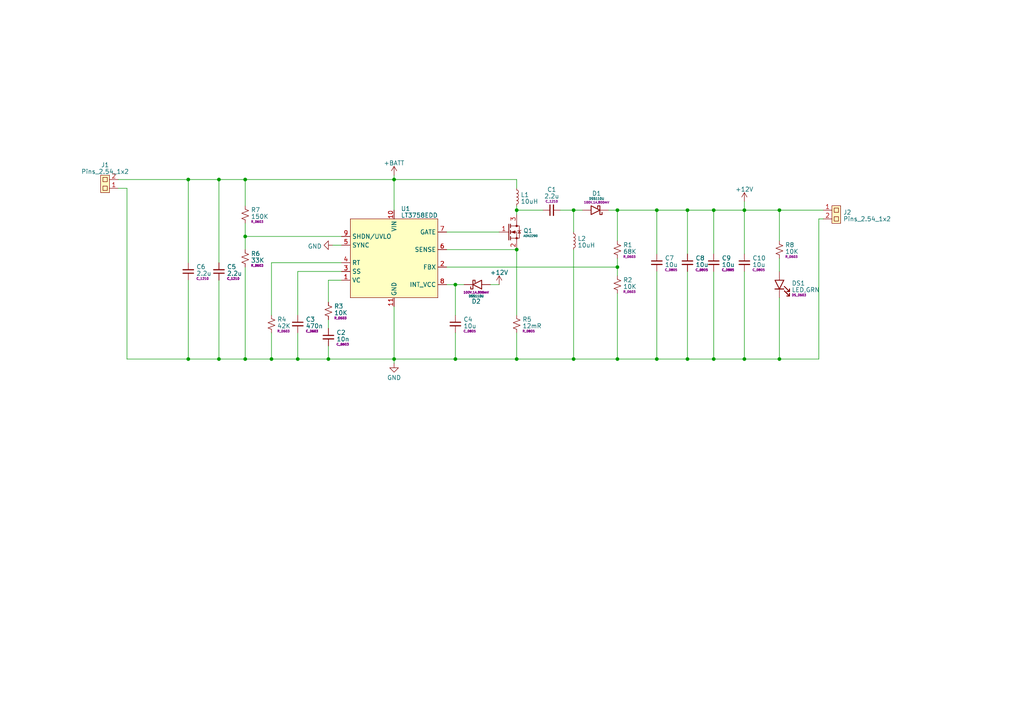
<source format=kicad_sch>
(kicad_sch (version 20230121) (generator eeschema)

  (uuid ec3b6e81-ba1e-4ae9-bb56-4e69e46f8f20)

  (paper "A4")

  (lib_symbols
    (symbol "C_Capacitor:C_0603" (pin_numbers hide) (pin_names (offset 1.016)) (in_bom yes) (on_board yes)
      (property "Reference" "C" (at 3.175 1.905 0)
        (effects (font (size 1.27 1.27)))
      )
      (property "Value" "C_0603" (at 5.715 0 0)
        (effects (font (size 1.27 1.27)))
      )
      (property "Footprint" "C_Capacitor:C_0603" (at -3.175 0 90)
        (effects (font (size 1.27 1.27)) hide)
      )
      (property "Datasheet" "" (at 2.54 2.54 0)
        (effects (font (size 1.27 1.27)) hide)
      )
      (property "Size" "C_0603" (at 4.445 -1.905 0)
        (effects (font (size 0.635 0.635)))
      )
      (symbol "C_0603_1_1"
        (polyline
          (pts
            (xy -1.524 -0.508)
            (xy 1.524 -0.508)
          )
          (stroke (width 0.3302) (type default))
          (fill (type none))
        )
        (polyline
          (pts
            (xy -1.524 0.508)
            (xy 1.524 0.508)
          )
          (stroke (width 0.3048) (type default))
          (fill (type none))
        )
        (pin passive line (at 0 2.54 270) (length 2.032)
          (name "~" (effects (font (size 1.27 1.27))))
          (number "1" (effects (font (size 1.27 1.27))))
        )
        (pin passive line (at 0 -2.54 90) (length 2.032)
          (name "~" (effects (font (size 1.27 1.27))))
          (number "2" (effects (font (size 1.27 1.27))))
        )
      )
    )
    (symbol "C_Capacitor:C_0805" (pin_numbers hide) (pin_names (offset 1.016)) (in_bom yes) (on_board yes)
      (property "Reference" "C" (at 3.175 1.905 0)
        (effects (font (size 1.27 1.27)))
      )
      (property "Value" "C_0805" (at 5.715 0 0)
        (effects (font (size 1.27 1.27)))
      )
      (property "Footprint" "C_Capacitor:C_0805" (at -3.175 0 90)
        (effects (font (size 1.27 1.27)) hide)
      )
      (property "Datasheet" "" (at 2.54 2.54 0)
        (effects (font (size 1.27 1.27)) hide)
      )
      (property "Size" "C_0805" (at 4.445 -1.905 0)
        (effects (font (size 0.635 0.635)))
      )
      (symbol "C_0805_1_1"
        (polyline
          (pts
            (xy -1.524 -0.508)
            (xy 1.524 -0.508)
          )
          (stroke (width 0.3302) (type default))
          (fill (type none))
        )
        (polyline
          (pts
            (xy -1.524 0.508)
            (xy 1.524 0.508)
          )
          (stroke (width 0.3048) (type default))
          (fill (type none))
        )
        (pin passive line (at 0 2.54 270) (length 2.032)
          (name "~" (effects (font (size 1.27 1.27))))
          (number "1" (effects (font (size 1.27 1.27))))
        )
        (pin passive line (at 0 -2.54 90) (length 2.032)
          (name "~" (effects (font (size 1.27 1.27))))
          (number "2" (effects (font (size 1.27 1.27))))
        )
      )
    )
    (symbol "C_Capacitor:C_1210" (pin_numbers hide) (pin_names (offset 1.016)) (in_bom yes) (on_board yes)
      (property "Reference" "C" (at 3.175 1.905 0)
        (effects (font (size 1.27 1.27)))
      )
      (property "Value" "C_1210" (at 5.715 0 0)
        (effects (font (size 1.27 1.27)))
      )
      (property "Footprint" "C_Capacitor:C_1210" (at -3.175 0 90)
        (effects (font (size 1.27 1.27)) hide)
      )
      (property "Datasheet" "" (at 2.54 2.54 0)
        (effects (font (size 1.27 1.27)) hide)
      )
      (property "Size" "C_1210" (at 4.445 -1.905 0)
        (effects (font (size 0.635 0.635)))
      )
      (symbol "C_1210_1_1"
        (polyline
          (pts
            (xy -1.524 -0.508)
            (xy 1.524 -0.508)
          )
          (stroke (width 0.3302) (type default))
          (fill (type none))
        )
        (polyline
          (pts
            (xy -1.524 0.508)
            (xy 1.524 0.508)
          )
          (stroke (width 0.3048) (type default))
          (fill (type none))
        )
        (pin passive line (at 0 2.54 270) (length 2.032)
          (name "~" (effects (font (size 1.27 1.27))))
          (number "1" (effects (font (size 1.27 1.27))))
        )
        (pin passive line (at 0 -2.54 90) (length 2.032)
          (name "~" (effects (font (size 1.27 1.27))))
          (number "2" (effects (font (size 1.27 1.27))))
        )
      )
    )
    (symbol "DS_LED:DS_0603" (pin_numbers hide) (pin_names (offset 1.016) hide) (in_bom yes) (on_board yes)
      (property "Reference" "DS" (at 0 2.54 0)
        (effects (font (size 1.27 1.27)))
      )
      (property "Value" "DS_0603" (at 0 -5.08 0)
        (effects (font (size 1.27 1.27)))
      )
      (property "Footprint" "DS_LED:DS_0603" (at 0 -7.62 0)
        (effects (font (size 1.27 1.27)) hide)
      )
      (property "Datasheet" "" (at 0 -6.35 0)
        (effects (font (size 1.27 1.27)) hide)
      )
      (property "Size" "DS_0603" (at 0 -3.81 0)
        (effects (font (size 0.635 0.635)))
      )
      (symbol "DS_0603_1_1"
        (polyline
          (pts
            (xy -1.27 -1.27)
            (xy -1.27 1.27)
          )
          (stroke (width 0.254) (type default))
          (fill (type none))
        )
        (polyline
          (pts
            (xy -1.27 -1.27)
            (xy -1.27 1.27)
          )
          (stroke (width 0.254) (type default))
          (fill (type none))
        )
        (polyline
          (pts
            (xy 1.27 -1.27)
            (xy 1.27 1.27)
            (xy -1.27 0)
            (xy 1.27 -1.27)
          )
          (stroke (width 0.254) (type default))
          (fill (type none))
        )
        (polyline
          (pts
            (xy -1.778 -1.397)
            (xy -3.302 -2.921)
            (xy -2.54 -2.921)
            (xy -3.302 -2.921)
            (xy -3.302 -2.159)
          )
          (stroke (width 0) (type default))
          (fill (type none))
        )
        (polyline
          (pts
            (xy -1.778 -1.397)
            (xy -3.302 -2.921)
            (xy -2.54 -2.921)
            (xy -3.302 -2.921)
            (xy -3.302 -2.159)
          )
          (stroke (width 0) (type default))
          (fill (type none))
        )
        (polyline
          (pts
            (xy -1.778 -1.397)
            (xy -3.302 -2.921)
            (xy -2.54 -2.921)
            (xy -3.302 -2.921)
            (xy -3.302 -2.159)
          )
          (stroke (width 0) (type default))
          (fill (type none))
        )
        (polyline
          (pts
            (xy -1.778 -1.397)
            (xy -3.302 -2.921)
            (xy -2.54 -2.921)
            (xy -3.302 -2.921)
            (xy -3.302 -2.159)
          )
          (stroke (width 0) (type default))
          (fill (type none))
        )
        (polyline
          (pts
            (xy -1.778 -1.397)
            (xy -3.302 -2.921)
            (xy -2.54 -2.921)
            (xy -3.302 -2.921)
            (xy -3.302 -2.159)
          )
          (stroke (width 0) (type default))
          (fill (type none))
        )
        (polyline
          (pts
            (xy -1.778 -1.397)
            (xy -3.302 -2.921)
            (xy -2.54 -2.921)
            (xy -3.302 -2.921)
            (xy -3.302 -2.159)
          )
          (stroke (width 0) (type default))
          (fill (type none))
        )
        (polyline
          (pts
            (xy -1.778 -1.397)
            (xy -3.302 -2.921)
            (xy -2.54 -2.921)
            (xy -3.302 -2.921)
            (xy -3.302 -2.159)
          )
          (stroke (width 0) (type default))
          (fill (type none))
        )
        (polyline
          (pts
            (xy -1.778 -1.397)
            (xy -3.302 -2.921)
            (xy -2.54 -2.921)
            (xy -3.302 -2.921)
            (xy -3.302 -2.159)
          )
          (stroke (width 0) (type default))
          (fill (type none))
        )
        (polyline
          (pts
            (xy -0.508 -1.397)
            (xy -2.032 -2.921)
            (xy -1.27 -2.921)
            (xy -2.032 -2.921)
            (xy -2.032 -2.159)
          )
          (stroke (width 0) (type default))
          (fill (type none))
        )
        (polyline
          (pts
            (xy -0.508 -1.397)
            (xy -2.032 -2.921)
            (xy -1.27 -2.921)
            (xy -2.032 -2.921)
            (xy -2.032 -2.159)
          )
          (stroke (width 0) (type default))
          (fill (type none))
        )
        (polyline
          (pts
            (xy -0.508 -1.397)
            (xy -2.032 -2.921)
            (xy -1.27 -2.921)
            (xy -2.032 -2.921)
            (xy -2.032 -2.159)
          )
          (stroke (width 0) (type default))
          (fill (type none))
        )
        (polyline
          (pts
            (xy -0.508 -1.397)
            (xy -2.032 -2.921)
            (xy -1.27 -2.921)
            (xy -2.032 -2.921)
            (xy -2.032 -2.159)
          )
          (stroke (width 0) (type default))
          (fill (type none))
        )
        (polyline
          (pts
            (xy -0.508 -1.397)
            (xy -2.032 -2.921)
            (xy -1.27 -2.921)
            (xy -2.032 -2.921)
            (xy -2.032 -2.159)
          )
          (stroke (width 0) (type default))
          (fill (type none))
        )
        (polyline
          (pts
            (xy -0.508 -1.397)
            (xy -2.032 -2.921)
            (xy -1.27 -2.921)
            (xy -2.032 -2.921)
            (xy -2.032 -2.159)
          )
          (stroke (width 0) (type default))
          (fill (type none))
        )
        (polyline
          (pts
            (xy -0.508 -1.397)
            (xy -2.032 -2.921)
            (xy -1.27 -2.921)
            (xy -2.032 -2.921)
            (xy -2.032 -2.159)
          )
          (stroke (width 0) (type default))
          (fill (type none))
        )
        (polyline
          (pts
            (xy -0.508 -1.397)
            (xy -2.032 -2.921)
            (xy -1.27 -2.921)
            (xy -2.032 -2.921)
            (xy -2.032 -2.159)
          )
          (stroke (width 0) (type default))
          (fill (type none))
        )
        (pin passive line (at -3.81 0 0) (length 2.54)
          (name "K" (effects (font (size 1.27 1.27))))
          (number "1" (effects (font (size 1.27 1.27))))
        )
        (pin passive line (at 3.81 0 180) (length 2.54)
          (name "A" (effects (font (size 1.27 1.27))))
          (number "2" (effects (font (size 1.27 1.27))))
        )
      )
    )
    (symbol "D_Diode:DSS110U" (pin_numbers hide) (pin_names (offset 1.016) hide) (in_bom yes) (on_board yes)
      (property "Reference" "D" (at -1.27 3.175 0)
        (effects (font (size 1.27 1.27)))
      )
      (property "Value" "DSS110U" (at 0.635 -2.54 0)
        (effects (font (size 0.635 0.635)))
      )
      (property "Footprint" "D_Diode:D_SOD_123" (at 0.635 -5.715 0)
        (effects (font (size 1.27 1.27)) hide)
      )
      (property "Datasheet" "https://www.smc-diodes.com/propdf/DSS12U%20THRU%20DSS125U%20N1873%20REV.A.pdf" (at -1.27 -7.62 0)
        (effects (font (size 1.27 1.27)) hide)
      )
      (property "Params" "100V,1A,800mV" (at 0.635 -3.81 0)
        (effects (font (size 0.635 0.635)))
      )
      (property "ki_keywords" "DIODE SCHOTTKY 100V 1A SOD123FL" (at 0 0 0)
        (effects (font (size 1.27 1.27)) hide)
      )
      (property "ki_description" "DIODE SCHOTTKY 100V 1A SOD123FL" (at 0 0 0)
        (effects (font (size 1.27 1.27)) hide)
      )
      (symbol "DSS110U_1_1"
        (polyline
          (pts
            (xy 1.27 1.27)
            (xy 1.27 -1.27)
            (xy -1.27 0)
            (xy 1.27 1.27)
          )
          (stroke (width 0.254) (type default))
          (fill (type none))
        )
        (polyline
          (pts
            (xy -1.905 0.635)
            (xy -1.905 1.27)
            (xy -1.27 1.27)
            (xy -1.27 -1.27)
            (xy -0.635 -1.27)
            (xy -0.635 -0.635)
          )
          (stroke (width 0.254) (type default))
          (fill (type none))
        )
        (pin passive line (at -3.81 0 0) (length 2.54)
          (name "~" (effects (font (size 1.27 1.27))))
          (number "1" (effects (font (size 1.27 1.27))))
        )
        (pin passive line (at 3.81 0 180) (length 2.54)
          (name "~" (effects (font (size 1.27 1.27))))
          (number "2" (effects (font (size 1.27 1.27))))
        )
      )
    )
    (symbol "J_Connector:Pins_2.54_1x2" (pin_names hide) (in_bom yes) (on_board yes)
      (property "Reference" "J" (at -1.27 6.35 0)
        (effects (font (size 1.27 1.27)))
      )
      (property "Value" "Pins_2.54_1x2" (at 0 -1.27 0)
        (effects (font (size 1.27 1.27)))
      )
      (property "Footprint" "J_Connector:Pins-2.54-1x2" (at 0 -3.175 0)
        (effects (font (size 1.27 1.27)) hide)
      )
      (property "Datasheet" "" (at 0 0 0)
        (effects (font (size 1.27 1.27)) hide)
      )
      (symbol "Pins_2.54_1x2_0_1"
        (rectangle (start -1.27 5.08) (end 1.27 0)
          (stroke (width 0.1524) (type default))
          (fill (type background))
        )
        (rectangle (start -0.635 1.905) (end 0.635 0.635)
          (stroke (width 0.1524) (type default))
          (fill (type none))
        )
        (rectangle (start -0.635 4.445) (end 0.635 3.175)
          (stroke (width 0.1524) (type default))
          (fill (type none))
        )
      )
      (symbol "Pins_2.54_1x2_1_1"
        (pin passive line (at -3.81 3.81 0) (length 2.54)
          (name "1" (effects (font (size 1.27 1.27))))
          (number "1" (effects (font (size 1.27 1.27))))
        )
        (pin passive line (at -3.81 1.27 0) (length 2.54)
          (name "2" (effects (font (size 1.27 1.27))))
          (number "2" (effects (font (size 1.27 1.27))))
        )
      )
    )
    (symbol "L_Inductor:NLCV32T-4R7M-PFR" (pin_numbers hide) (pin_names hide) (in_bom yes) (on_board yes)
      (property "Reference" "L" (at 1.905 1.27 0)
        (effects (font (size 1.27 1.27)))
      )
      (property "Value" "NLCV32T-4R7M-PFR" (at 11.43 -0.635 0)
        (effects (font (size 1.27 1.27)))
      )
      (property "Footprint" "L_Inductor:L_1210" (at 10.16 -2.54 0)
        (effects (font (size 1.27 1.27)) hide)
      )
      (property "Datasheet" "" (at 18.415 2.54 0)
        (effects (font (size 1.27 1.27)) hide)
      )
      (symbol "NLCV32T-4R7M-PFR_0_1"
        (arc (start 0 -2.032) (mid 0.5058 -1.524) (end 0 -1.016)
          (stroke (width 0) (type default))
          (fill (type none))
        )
        (arc (start 0 -1.016) (mid 0.5058 -0.508) (end 0 0)
          (stroke (width 0) (type default))
          (fill (type none))
        )
        (arc (start 0 0) (mid 0.5058 0.508) (end 0 1.016)
          (stroke (width 0) (type default))
          (fill (type none))
        )
        (arc (start 0 1.016) (mid 0.5058 1.524) (end 0 2.032)
          (stroke (width 0) (type default))
          (fill (type none))
        )
      )
      (symbol "NLCV32T-4R7M-PFR_1_1"
        (pin passive line (at 0 2.54 270) (length 0.508)
          (name "~" (effects (font (size 1.27 1.27))))
          (number "1" (effects (font (size 1.27 1.27))))
        )
        (pin passive line (at 0 -2.54 90) (length 0.508)
          (name "~" (effects (font (size 1.27 1.27))))
          (number "2" (effects (font (size 1.27 1.27))))
        )
      )
    )
    (symbol "Q_MOSFET:AON2290" (pin_names (offset 0) hide) (in_bom yes) (on_board yes)
      (property "Reference" "Q" (at 2.54 1.27 0)
        (effects (font (size 1.27 1.27)) (justify left))
      )
      (property "Value" "AON2290" (at 2.54 -0.381 0)
        (effects (font (size 0.6096 0.6096)) (justify left))
      )
      (property "Footprint" "Q_MOSFET:U-DFN2020-6" (at 0 -15.24 0)
        (effects (font (size 1.27 1.27)) hide)
      )
      (property "Datasheet" "https://www.onsemi.com/pdf/datasheet/fdn335n-d.pdf" (at -1.27 -12.7 0)
        (effects (font (size 1.27 1.27)) hide)
      )
      (property "ki_description" "MOSFET N CH 100V 4.5A DFN 2X2B" (at 0 0 0)
        (effects (font (size 1.27 1.27)) hide)
      )
      (symbol "AON2290_0_1"
        (circle (center 0 -1.778) (radius 0.254)
          (stroke (width 0) (type default))
          (fill (type outline))
        )
        (polyline
          (pts
            (xy -2.286 -2.286)
            (xy -2.286 2.286)
          )
          (stroke (width 0.254) (type default))
          (fill (type none))
        )
        (polyline
          (pts
            (xy -1.778 -1.27)
            (xy -1.778 -2.286)
          )
          (stroke (width 0.254) (type default))
          (fill (type none))
        )
        (polyline
          (pts
            (xy -1.778 0.508)
            (xy -1.778 -0.508)
          )
          (stroke (width 0.254) (type default))
          (fill (type none))
        )
        (polyline
          (pts
            (xy -1.778 2.286)
            (xy -1.778 1.27)
          )
          (stroke (width 0.254) (type default))
          (fill (type none))
        )
        (polyline
          (pts
            (xy 0 2.54)
            (xy 0 1.778)
          )
          (stroke (width 0) (type default))
          (fill (type none))
        )
        (polyline
          (pts
            (xy 0 -2.54)
            (xy 0 0)
            (xy -1.778 0)
          )
          (stroke (width 0) (type default))
          (fill (type none))
        )
        (polyline
          (pts
            (xy -1.778 1.778)
            (xy 0.762 1.778)
            (xy 0.762 -1.778)
            (xy -1.778 -1.778)
          )
          (stroke (width 0) (type default))
          (fill (type none))
        )
        (polyline
          (pts
            (xy -1.4732 0)
            (xy -0.4572 -0.381)
            (xy -0.4572 0.381)
            (xy -1.4732 0)
          )
          (stroke (width 0) (type default))
          (fill (type outline))
        )
        (polyline
          (pts
            (xy 0.254 0.3048)
            (xy 0.381 0.4318)
            (xy 1.143 0.4318)
            (xy 1.27 0.5588)
          )
          (stroke (width 0) (type default))
          (fill (type none))
        )
        (polyline
          (pts
            (xy 0.762 0.3048)
            (xy 1.143 -0.3302)
            (xy 0.381 -0.3302)
            (xy 0.762 0.3048)
          )
          (stroke (width 0) (type default))
          (fill (type none))
        )
        (circle (center 0 1.778) (radius 0.254)
          (stroke (width 0) (type default))
          (fill (type outline))
        )
      )
      (symbol "AON2290_1_1"
        (pin input line (at -5.08 0 0) (length 2.6924)
          (name "G" (effects (font (size 1.27 1.27))))
          (number "1" (effects (font (size 1.27 1.27))))
        )
        (pin passive line (at 0 -5.08 90) (length 2.54)
          (name "S" (effects (font (size 1.27 1.27))))
          (number "2" (effects (font (size 1.27 1.27))))
        )
        (pin passive line (at 0 5.08 270) (length 2.54)
          (name "D" (effects (font (size 1.27 1.27))))
          (number "3" (effects (font (size 1.27 1.27))))
        )
      )
    )
    (symbol "R_Resistor:R_0603" (pin_numbers hide) (pin_names (offset 1.016)) (in_bom yes) (on_board yes)
      (property "Reference" "R" (at 2.54 1.905 0)
        (effects (font (size 1.27 1.27)))
      )
      (property "Value" "R_0603" (at 5.08 0 0)
        (effects (font (size 1.27 1.27)))
      )
      (property "Footprint" "R_Resistor:R_0603" (at -2.54 0 90)
        (effects (font (size 1.27 1.27)) hide)
      )
      (property "Datasheet" "" (at -2.54 -3.81 0)
        (effects (font (size 1.27 1.27)) hide)
      )
      (property "Size" "R_0603" (at 3.81 -1.905 0)
        (effects (font (size 0.635 0.635)))
      )
      (symbol "R_0603_1_1"
        (polyline
          (pts
            (xy 0 0)
            (xy 1.016 -0.381)
            (xy 0 -0.762)
            (xy -1.016 -1.143)
            (xy 0 -1.524)
          )
          (stroke (width 0) (type default))
          (fill (type none))
        )
        (polyline
          (pts
            (xy 0 1.524)
            (xy 1.016 1.143)
            (xy 0 0.762)
            (xy -1.016 0.381)
            (xy 0 0)
          )
          (stroke (width 0) (type default))
          (fill (type none))
        )
        (pin passive line (at 0 2.54 270) (length 1.016)
          (name "~" (effects (font (size 1.27 1.27))))
          (number "1" (effects (font (size 1.27 1.27))))
        )
        (pin passive line (at 0 -2.54 90) (length 1.016)
          (name "~" (effects (font (size 1.27 1.27))))
          (number "2" (effects (font (size 1.27 1.27))))
        )
      )
    )
    (symbol "R_Resistor:R_0805" (pin_numbers hide) (pin_names (offset 1.016)) (in_bom yes) (on_board yes)
      (property "Reference" "R" (at 2.54 1.905 0)
        (effects (font (size 1.27 1.27)))
      )
      (property "Value" "R_0805" (at 5.08 0 0)
        (effects (font (size 1.27 1.27)))
      )
      (property "Footprint" "R_Resistor:R_0805" (at -2.54 0 90)
        (effects (font (size 1.27 1.27)) hide)
      )
      (property "Datasheet" "" (at -2.54 -3.81 0)
        (effects (font (size 1.27 1.27)) hide)
      )
      (property "Size" "R_0805" (at 3.81 -1.905 0)
        (effects (font (size 0.635 0.635)))
      )
      (symbol "R_0805_1_1"
        (polyline
          (pts
            (xy 0 0)
            (xy 1.016 -0.381)
            (xy 0 -0.762)
            (xy -1.016 -1.143)
            (xy 0 -1.524)
          )
          (stroke (width 0) (type default))
          (fill (type none))
        )
        (polyline
          (pts
            (xy 0 1.524)
            (xy 1.016 1.143)
            (xy 0 0.762)
            (xy -1.016 0.381)
            (xy 0 0)
          )
          (stroke (width 0) (type default))
          (fill (type none))
        )
        (pin passive line (at 0 2.54 270) (length 1.016)
          (name "~" (effects (font (size 1.27 1.27))))
          (number "1" (effects (font (size 1.27 1.27))))
        )
        (pin passive line (at 0 -2.54 90) (length 1.016)
          (name "~" (effects (font (size 1.27 1.27))))
          (number "2" (effects (font (size 1.27 1.27))))
        )
      )
    )
    (symbol "U_Power:LT3758EDD" (in_bom yes) (on_board yes)
      (property "Reference" "U" (at 1.27 22.86 0)
        (effects (font (size 1.27 1.27)))
      )
      (property "Value" "LT3758EDD" (at 20.32 -1.27 0)
        (effects (font (size 1.27 1.27)))
      )
      (property "Footprint" "U_IC:DFN10_05_3x3_EP" (at 0 0 0)
        (effects (font (size 1.27 1.27)) hide)
      )
      (property "Datasheet" "https://www.analog.com/media/en/technical-documentation/data-sheets/LT3758-3758A.pdf" (at 12.7 -10.16 0)
        (effects (font (size 1.27 1.27)) hide)
      )
      (property "ki_description" "IC REG CTRLR MULT TOPOLOGY 10DFN" (at 0 0 0)
        (effects (font (size 1.27 1.27)) hide)
      )
      (symbol "LT3758EDD_0_1"
        (rectangle (start 0 22.86) (end 25.4 0)
          (stroke (width 0.1524) (type default))
          (fill (type background))
        )
      )
      (symbol "LT3758EDD_1_1"
        (pin input line (at -2.54 5.08 0) (length 2.54)
          (name "VC" (effects (font (size 1.27 1.27))))
          (number "1" (effects (font (size 1.27 1.27))))
        )
        (pin power_in line (at 12.7 25.4 270) (length 2.54)
          (name "VIN" (effects (font (size 1.27 1.27))))
          (number "10" (effects (font (size 1.27 1.27))))
        )
        (pin power_in line (at 12.7 -2.54 90) (length 2.54)
          (name "GND" (effects (font (size 1.27 1.27))))
          (number "11" (effects (font (size 1.27 1.27))))
        )
        (pin input line (at 27.94 8.89 180) (length 2.54)
          (name "FBX" (effects (font (size 1.27 1.27))))
          (number "2" (effects (font (size 1.27 1.27))))
        )
        (pin input line (at -2.54 7.62 0) (length 2.54)
          (name "SS" (effects (font (size 1.27 1.27))))
          (number "3" (effects (font (size 1.27 1.27))))
        )
        (pin input line (at -2.54 10.16 0) (length 2.54)
          (name "RT" (effects (font (size 1.27 1.27))))
          (number "4" (effects (font (size 1.27 1.27))))
        )
        (pin input line (at -2.54 15.24 0) (length 2.54)
          (name "SYNC" (effects (font (size 1.27 1.27))))
          (number "5" (effects (font (size 1.27 1.27))))
        )
        (pin input line (at 27.94 13.97 180) (length 2.54)
          (name "SENSE" (effects (font (size 1.27 1.27))))
          (number "6" (effects (font (size 1.27 1.27))))
        )
        (pin output line (at 27.94 19.05 180) (length 2.54)
          (name "GATE" (effects (font (size 1.27 1.27))))
          (number "7" (effects (font (size 1.27 1.27))))
        )
        (pin power_out line (at 27.94 3.81 180) (length 2.54)
          (name "INT_VCC" (effects (font (size 1.27 1.27))))
          (number "8" (effects (font (size 1.27 1.27))))
        )
        (pin input line (at -2.54 17.78 0) (length 2.54)
          (name "SHDN/UVLO" (effects (font (size 1.27 1.27))))
          (number "9" (effects (font (size 1.27 1.27))))
        )
      )
    )
    (symbol "power:+12V" (power) (pin_names (offset 0)) (in_bom yes) (on_board yes)
      (property "Reference" "#PWR" (at 0 -3.81 0)
        (effects (font (size 1.27 1.27)) hide)
      )
      (property "Value" "+12V" (at 0 3.556 0)
        (effects (font (size 1.27 1.27)))
      )
      (property "Footprint" "" (at 0 0 0)
        (effects (font (size 1.27 1.27)) hide)
      )
      (property "Datasheet" "" (at 0 0 0)
        (effects (font (size 1.27 1.27)) hide)
      )
      (property "ki_keywords" "global power" (at 0 0 0)
        (effects (font (size 1.27 1.27)) hide)
      )
      (property "ki_description" "Power symbol creates a global label with name \"+12V\"" (at 0 0 0)
        (effects (font (size 1.27 1.27)) hide)
      )
      (symbol "+12V_0_1"
        (polyline
          (pts
            (xy -0.762 1.27)
            (xy 0 2.54)
          )
          (stroke (width 0) (type default))
          (fill (type none))
        )
        (polyline
          (pts
            (xy 0 0)
            (xy 0 2.54)
          )
          (stroke (width 0) (type default))
          (fill (type none))
        )
        (polyline
          (pts
            (xy 0 2.54)
            (xy 0.762 1.27)
          )
          (stroke (width 0) (type default))
          (fill (type none))
        )
      )
      (symbol "+12V_1_1"
        (pin power_in line (at 0 0 90) (length 0) hide
          (name "+12V" (effects (font (size 1.27 1.27))))
          (number "1" (effects (font (size 1.27 1.27))))
        )
      )
    )
    (symbol "power:+BATT" (power) (pin_names (offset 0)) (in_bom yes) (on_board yes)
      (property "Reference" "#PWR" (at 0 -3.81 0)
        (effects (font (size 1.27 1.27)) hide)
      )
      (property "Value" "+BATT" (at 0 3.556 0)
        (effects (font (size 1.27 1.27)))
      )
      (property "Footprint" "" (at 0 0 0)
        (effects (font (size 1.27 1.27)) hide)
      )
      (property "Datasheet" "" (at 0 0 0)
        (effects (font (size 1.27 1.27)) hide)
      )
      (property "ki_keywords" "global power battery" (at 0 0 0)
        (effects (font (size 1.27 1.27)) hide)
      )
      (property "ki_description" "Power symbol creates a global label with name \"+BATT\"" (at 0 0 0)
        (effects (font (size 1.27 1.27)) hide)
      )
      (symbol "+BATT_0_1"
        (polyline
          (pts
            (xy -0.762 1.27)
            (xy 0 2.54)
          )
          (stroke (width 0) (type default))
          (fill (type none))
        )
        (polyline
          (pts
            (xy 0 0)
            (xy 0 2.54)
          )
          (stroke (width 0) (type default))
          (fill (type none))
        )
        (polyline
          (pts
            (xy 0 2.54)
            (xy 0.762 1.27)
          )
          (stroke (width 0) (type default))
          (fill (type none))
        )
      )
      (symbol "+BATT_1_1"
        (pin power_in line (at 0 0 90) (length 0) hide
          (name "+BATT" (effects (font (size 1.27 1.27))))
          (number "1" (effects (font (size 1.27 1.27))))
        )
      )
    )
    (symbol "power:GND" (power) (pin_names (offset 0)) (in_bom yes) (on_board yes)
      (property "Reference" "#PWR" (at 0 -6.35 0)
        (effects (font (size 1.27 1.27)) hide)
      )
      (property "Value" "GND" (at 0 -3.81 0)
        (effects (font (size 1.27 1.27)))
      )
      (property "Footprint" "" (at 0 0 0)
        (effects (font (size 1.27 1.27)) hide)
      )
      (property "Datasheet" "" (at 0 0 0)
        (effects (font (size 1.27 1.27)) hide)
      )
      (property "ki_keywords" "global power" (at 0 0 0)
        (effects (font (size 1.27 1.27)) hide)
      )
      (property "ki_description" "Power symbol creates a global label with name \"GND\" , ground" (at 0 0 0)
        (effects (font (size 1.27 1.27)) hide)
      )
      (symbol "GND_0_1"
        (polyline
          (pts
            (xy 0 0)
            (xy 0 -1.27)
            (xy 1.27 -1.27)
            (xy 0 -2.54)
            (xy -1.27 -1.27)
            (xy 0 -1.27)
          )
          (stroke (width 0) (type default))
          (fill (type none))
        )
      )
      (symbol "GND_1_1"
        (pin power_in line (at 0 0 270) (length 0) hide
          (name "GND" (effects (font (size 1.27 1.27))))
          (number "1" (effects (font (size 1.27 1.27))))
        )
      )
    )
  )

  (junction (at 215.9 60.96) (diameter 0) (color 0 0 0 0)
    (uuid 005355ec-1a91-41cf-96d6-589537ac0fd4)
  )
  (junction (at 54.61 52.07) (diameter 0) (color 0 0 0 0)
    (uuid 1037ec12-57a2-4f56-a635-f7a494ccdf09)
  )
  (junction (at 207.01 60.96) (diameter 0) (color 0 0 0 0)
    (uuid 10383314-6599-46be-8332-00b22b9fa677)
  )
  (junction (at 71.12 68.58) (diameter 0) (color 0 0 0 0)
    (uuid 1eae7c74-2d05-45be-8de5-189cba47a5c7)
  )
  (junction (at 149.86 104.14) (diameter 0) (color 0 0 0 0)
    (uuid 246166bf-540f-40f7-9332-2217de70355a)
  )
  (junction (at 226.06 60.96) (diameter 0) (color 0 0 0 0)
    (uuid 283b23b6-b53d-416b-8ad6-5a72fd37837d)
  )
  (junction (at 179.07 104.14) (diameter 0) (color 0 0 0 0)
    (uuid 2afe1e01-277a-4b3f-ba3a-51541d88540d)
  )
  (junction (at 190.5 60.96) (diameter 0) (color 0 0 0 0)
    (uuid 3c4a6f60-9b35-46d5-a02e-0c9fe000d54b)
  )
  (junction (at 199.39 60.96) (diameter 0) (color 0 0 0 0)
    (uuid 524e2542-6a49-494c-a7d6-1a66fe978fe9)
  )
  (junction (at 226.06 104.14) (diameter 0) (color 0 0 0 0)
    (uuid 5785ca1f-f031-4296-b806-4c785ff45409)
  )
  (junction (at 166.37 104.14) (diameter 0) (color 0 0 0 0)
    (uuid 5cd0fc41-46f7-4390-af9c-a31e5717120a)
  )
  (junction (at 149.86 60.96) (diameter 0) (color 0 0 0 0)
    (uuid 65b9f7d3-8936-438e-be8c-df09c1d7b7cd)
  )
  (junction (at 207.01 104.14) (diameter 0) (color 0 0 0 0)
    (uuid 6d4766fe-2ea7-4a61-9cc5-c9b8588092b9)
  )
  (junction (at 132.08 82.55) (diameter 0) (color 0 0 0 0)
    (uuid 6e23b46b-a349-40fa-b2ad-27849c8456b5)
  )
  (junction (at 149.86 72.39) (diameter 0) (color 0 0 0 0)
    (uuid 6fbf8c8d-0081-4f9b-a139-af9bcf9823b9)
  )
  (junction (at 63.5 52.07) (diameter 0) (color 0 0 0 0)
    (uuid 718505cd-29e9-4c14-b168-00a7a1a63482)
  )
  (junction (at 95.25 104.14) (diameter 0) (color 0 0 0 0)
    (uuid 74b11792-0439-417c-9bf9-a1c116593ea8)
  )
  (junction (at 54.61 104.14) (diameter 0) (color 0 0 0 0)
    (uuid 8f06c3a2-ddc9-47c8-a848-30981051c808)
  )
  (junction (at 114.3 104.14) (diameter 0) (color 0 0 0 0)
    (uuid 8f554573-3bf4-4bfa-85c4-b16d9adf4214)
  )
  (junction (at 179.07 60.96) (diameter 0) (color 0 0 0 0)
    (uuid 9f3e34e6-2111-4bc8-a98d-dbc110b1927c)
  )
  (junction (at 215.9 104.14) (diameter 0) (color 0 0 0 0)
    (uuid a87a1f09-3133-4bb7-b72b-8d6f32dcb9a4)
  )
  (junction (at 71.12 52.07) (diameter 0) (color 0 0 0 0)
    (uuid a8dc099d-0b91-47ac-a8fd-aab23802e9cb)
  )
  (junction (at 114.3 52.07) (diameter 0) (color 0 0 0 0)
    (uuid b95f2db6-008f-4d4e-afce-364324522a05)
  )
  (junction (at 71.12 104.14) (diameter 0) (color 0 0 0 0)
    (uuid c6e8c5a3-212a-488c-90c0-0c672870240f)
  )
  (junction (at 166.37 60.96) (diameter 0) (color 0 0 0 0)
    (uuid e3de838b-ef04-408c-880e-a74626029127)
  )
  (junction (at 199.39 104.14) (diameter 0) (color 0 0 0 0)
    (uuid ec3badd4-3463-4dc6-9c48-26195c63bb09)
  )
  (junction (at 132.08 104.14) (diameter 0) (color 0 0 0 0)
    (uuid ec5a72c0-9ba3-4706-bd79-6b8b70227726)
  )
  (junction (at 78.74 104.14) (diameter 0) (color 0 0 0 0)
    (uuid eda0ae99-4b82-4dc6-a717-df58a64c9cda)
  )
  (junction (at 86.36 104.14) (diameter 0) (color 0 0 0 0)
    (uuid f3096a50-16e6-42e3-b64e-d34a273ce8be)
  )
  (junction (at 179.07 77.47) (diameter 0) (color 0 0 0 0)
    (uuid f72ca20b-d1b0-4e96-a6ab-9e33776a8582)
  )
  (junction (at 63.5 104.14) (diameter 0) (color 0 0 0 0)
    (uuid fe1d87c8-7af7-4eef-bdd2-c338585d44e7)
  )
  (junction (at 190.5 104.14) (diameter 0) (color 0 0 0 0)
    (uuid ff9f3ff9-0649-4581-b62a-97dc038cb1c7)
  )

  (wire (pts (xy 71.12 52.07) (xy 114.3 52.07))
    (stroke (width 0) (type default))
    (uuid 017c10f3-0d17-4980-b107-2ae4d8c59cfa)
  )
  (wire (pts (xy 86.36 91.44) (xy 86.36 78.74))
    (stroke (width 0) (type default))
    (uuid 025909a3-bec8-4597-83c7-aa1815209eca)
  )
  (wire (pts (xy 190.5 73.66) (xy 190.5 60.96))
    (stroke (width 0) (type default))
    (uuid 05e69d5a-975d-4c62-b981-d8c75e7995a1)
  )
  (wire (pts (xy 215.9 58.42) (xy 215.9 60.96))
    (stroke (width 0) (type default))
    (uuid 0841ffa8-d235-43dc-81fb-72e74d3f6e3b)
  )
  (wire (pts (xy 237.49 104.14) (xy 226.06 104.14))
    (stroke (width 0) (type default))
    (uuid 0febae6d-b8bf-4691-b0dc-7665b34c400d)
  )
  (wire (pts (xy 179.07 77.47) (xy 179.07 80.01))
    (stroke (width 0) (type default))
    (uuid 1019184a-3915-4019-8240-7e7da7d32d47)
  )
  (wire (pts (xy 162.56 60.96) (xy 166.37 60.96))
    (stroke (width 0) (type default))
    (uuid 11face4a-b0bd-4359-a9e6-1b7716513066)
  )
  (wire (pts (xy 237.49 63.5) (xy 238.76 63.5))
    (stroke (width 0) (type default))
    (uuid 15b10451-d052-46b6-b6bf-b98648bed652)
  )
  (wire (pts (xy 179.07 74.93) (xy 179.07 77.47))
    (stroke (width 0) (type default))
    (uuid 15dfd7c0-5a7c-4a2b-bc5b-1f142057665c)
  )
  (wire (pts (xy 86.36 96.52) (xy 86.36 104.14))
    (stroke (width 0) (type default))
    (uuid 1752c035-5b66-4ac2-857a-a45c65db4706)
  )
  (wire (pts (xy 114.3 88.9) (xy 114.3 104.14))
    (stroke (width 0) (type default))
    (uuid 18ad223a-7c04-4141-b458-bcc4ff89799e)
  )
  (wire (pts (xy 78.74 96.52) (xy 78.74 104.14))
    (stroke (width 0) (type default))
    (uuid 1b75a8bb-17ea-41ad-b8a6-561515a63b48)
  )
  (wire (pts (xy 71.12 64.77) (xy 71.12 68.58))
    (stroke (width 0) (type default))
    (uuid 2306d66d-0bdc-46a2-ae4d-c6797c916bc9)
  )
  (wire (pts (xy 207.01 60.96) (xy 199.39 60.96))
    (stroke (width 0) (type default))
    (uuid 25c12fa9-210a-4930-b5fa-164b5eea600f)
  )
  (wire (pts (xy 132.08 96.52) (xy 132.08 104.14))
    (stroke (width 0) (type default))
    (uuid 2da2b1f3-8511-4fea-a06d-892a900ba928)
  )
  (wire (pts (xy 179.07 104.14) (xy 166.37 104.14))
    (stroke (width 0) (type default))
    (uuid 2dbdf0b4-5981-4dce-8da0-3dbeb6519aa1)
  )
  (wire (pts (xy 78.74 104.14) (xy 86.36 104.14))
    (stroke (width 0) (type default))
    (uuid 2f6ec0b9-3c86-4078-8757-e5664df562a9)
  )
  (wire (pts (xy 95.25 92.71) (xy 95.25 95.25))
    (stroke (width 0) (type default))
    (uuid 2f8a5540-1acb-486c-8dd8-14c726190178)
  )
  (wire (pts (xy 215.9 104.14) (xy 207.01 104.14))
    (stroke (width 0) (type default))
    (uuid 34ee5f55-72db-4692-9489-299fececcf4f)
  )
  (wire (pts (xy 142.24 82.55) (xy 144.78 82.55))
    (stroke (width 0) (type default))
    (uuid 3967d615-cabc-4a0d-9338-4019bf0854ae)
  )
  (wire (pts (xy 71.12 77.47) (xy 71.12 104.14))
    (stroke (width 0) (type default))
    (uuid 39dabde3-9509-45ed-a276-a7934563c8b4)
  )
  (wire (pts (xy 86.36 104.14) (xy 95.25 104.14))
    (stroke (width 0) (type default))
    (uuid 3f50bb3d-bfdf-409f-adf6-6520400605be)
  )
  (wire (pts (xy 54.61 81.28) (xy 54.61 104.14))
    (stroke (width 0) (type default))
    (uuid 401c1f50-46c0-4604-8bfd-8c141729dd98)
  )
  (wire (pts (xy 114.3 52.07) (xy 114.3 60.96))
    (stroke (width 0) (type default))
    (uuid 48ebd0b3-a0ed-4d09-a860-93e2046e0c60)
  )
  (wire (pts (xy 129.54 72.39) (xy 149.86 72.39))
    (stroke (width 0) (type default))
    (uuid 4b4d560d-34c4-40be-a621-a8a0a4c5a9dc)
  )
  (wire (pts (xy 114.3 104.14) (xy 95.25 104.14))
    (stroke (width 0) (type default))
    (uuid 4ba09cfa-af6a-4182-afe5-53d6293c1939)
  )
  (wire (pts (xy 190.5 104.14) (xy 179.07 104.14))
    (stroke (width 0) (type default))
    (uuid 4e2cf46a-b8f5-475e-8368-6817604d6a0e)
  )
  (wire (pts (xy 179.07 60.96) (xy 190.5 60.96))
    (stroke (width 0) (type default))
    (uuid 4e733a11-d060-4dce-bfde-8a3610e752a8)
  )
  (wire (pts (xy 149.86 60.96) (xy 149.86 62.23))
    (stroke (width 0) (type default))
    (uuid 4fd9aa78-20fe-4966-9001-73b043d2460b)
  )
  (wire (pts (xy 226.06 86.36) (xy 226.06 104.14))
    (stroke (width 0) (type default))
    (uuid 53fae356-2880-4d53-b6ab-d3105d43fbe5)
  )
  (wire (pts (xy 149.86 72.39) (xy 149.86 91.44))
    (stroke (width 0) (type default))
    (uuid 56364ffc-7565-40ab-8c9d-7142c294c01c)
  )
  (wire (pts (xy 190.5 78.74) (xy 190.5 104.14))
    (stroke (width 0) (type default))
    (uuid 58b38f37-dddd-4364-935c-3e6aefc780c3)
  )
  (wire (pts (xy 99.06 68.58) (xy 71.12 68.58))
    (stroke (width 0) (type default))
    (uuid 58dd253a-1fe0-42e6-90a4-1963664e9b13)
  )
  (wire (pts (xy 215.9 60.96) (xy 207.01 60.96))
    (stroke (width 0) (type default))
    (uuid 5a5d76f1-f534-4d51-bffb-612d42796a25)
  )
  (wire (pts (xy 86.36 78.74) (xy 99.06 78.74))
    (stroke (width 0) (type default))
    (uuid 5c32a106-6436-4c6f-a13c-5af829587836)
  )
  (wire (pts (xy 199.39 78.74) (xy 199.39 104.14))
    (stroke (width 0) (type default))
    (uuid 6006b9b1-01c1-496f-ba05-38e20c24e64b)
  )
  (wire (pts (xy 199.39 60.96) (xy 190.5 60.96))
    (stroke (width 0) (type default))
    (uuid 640c2bbe-1d40-424a-be55-8391b253e62b)
  )
  (wire (pts (xy 132.08 82.55) (xy 134.62 82.55))
    (stroke (width 0) (type default))
    (uuid 647a8a02-198f-4c5e-96a3-3e175954e4a6)
  )
  (wire (pts (xy 129.54 77.47) (xy 179.07 77.47))
    (stroke (width 0) (type default))
    (uuid 6671a28e-51e8-470c-bd21-52d1f1a6de12)
  )
  (wire (pts (xy 95.25 100.33) (xy 95.25 104.14))
    (stroke (width 0) (type default))
    (uuid 6cb384af-9c76-4109-9f04-b44bd3f2404c)
  )
  (wire (pts (xy 34.29 54.61) (xy 36.83 54.61))
    (stroke (width 0) (type default))
    (uuid 6dfd6dc0-37bc-4575-a278-935290f4d89c)
  )
  (wire (pts (xy 226.06 69.85) (xy 226.06 60.96))
    (stroke (width 0) (type default))
    (uuid 73ffcfa0-751c-44dd-923c-6e84d85b3133)
  )
  (wire (pts (xy 114.3 104.14) (xy 132.08 104.14))
    (stroke (width 0) (type default))
    (uuid 76132045-745b-48aa-b4ea-7d36914b7aee)
  )
  (wire (pts (xy 114.3 105.41) (xy 114.3 104.14))
    (stroke (width 0) (type default))
    (uuid 76829686-3db2-40a7-9412-43fbaec8bcf3)
  )
  (wire (pts (xy 226.06 60.96) (xy 238.76 60.96))
    (stroke (width 0) (type default))
    (uuid 7bb5fa6c-0ed8-47a6-8ab6-c823a9b43eeb)
  )
  (wire (pts (xy 36.83 54.61) (xy 36.83 104.14))
    (stroke (width 0) (type default))
    (uuid 7d721727-cd15-41ea-90dd-a0770b164dc0)
  )
  (wire (pts (xy 71.12 68.58) (xy 71.12 72.39))
    (stroke (width 0) (type default))
    (uuid 7e430807-e4c0-4a5b-8478-0515b0714be3)
  )
  (wire (pts (xy 149.86 60.96) (xy 157.48 60.96))
    (stroke (width 0) (type default))
    (uuid 7f267e91-9e68-4b5a-be82-6a88f8bd45b8)
  )
  (wire (pts (xy 78.74 76.2) (xy 99.06 76.2))
    (stroke (width 0) (type default))
    (uuid 8331340e-74d4-48b9-b863-10d4368e8a80)
  )
  (wire (pts (xy 132.08 91.44) (xy 132.08 82.55))
    (stroke (width 0) (type default))
    (uuid 889cc69c-b917-49bd-88b1-aafe7afec5a4)
  )
  (wire (pts (xy 78.74 91.44) (xy 78.74 76.2))
    (stroke (width 0) (type default))
    (uuid 8aad2b0b-177b-48b1-86ad-4fb6a57880ad)
  )
  (wire (pts (xy 207.01 78.74) (xy 207.01 104.14))
    (stroke (width 0) (type default))
    (uuid 8bc7ddb9-9260-4a84-8b5b-99ed1c518d1b)
  )
  (wire (pts (xy 207.01 73.66) (xy 207.01 60.96))
    (stroke (width 0) (type default))
    (uuid 8c3a7ba7-05bd-4ece-8480-2cfef2e4b373)
  )
  (wire (pts (xy 176.53 60.96) (xy 179.07 60.96))
    (stroke (width 0) (type default))
    (uuid 8e3544fe-1847-459a-b649-959a7d872cb4)
  )
  (wire (pts (xy 149.86 52.07) (xy 114.3 52.07))
    (stroke (width 0) (type default))
    (uuid 8ebd9b26-4327-4c15-9769-d73cf75ee868)
  )
  (wire (pts (xy 95.25 81.28) (xy 99.06 81.28))
    (stroke (width 0) (type default))
    (uuid 91213647-f3a2-45dd-9671-200c5c715e63)
  )
  (wire (pts (xy 149.86 96.52) (xy 149.86 104.14))
    (stroke (width 0) (type default))
    (uuid 980cce27-9d58-4a47-8b8a-4c46d164ba67)
  )
  (wire (pts (xy 132.08 104.14) (xy 149.86 104.14))
    (stroke (width 0) (type default))
    (uuid 9edcd1ef-eb05-4511-bd98-af8cdb860886)
  )
  (wire (pts (xy 71.12 52.07) (xy 71.12 59.69))
    (stroke (width 0) (type default))
    (uuid a4ab55b1-29fe-4fc0-8b53-e8fe82f5b1e0)
  )
  (wire (pts (xy 207.01 104.14) (xy 199.39 104.14))
    (stroke (width 0) (type default))
    (uuid a738f126-7c0a-43d9-9317-22b4ab3c8ba8)
  )
  (wire (pts (xy 149.86 104.14) (xy 166.37 104.14))
    (stroke (width 0) (type default))
    (uuid a78da2ea-5327-4388-9e92-54e0da8ef7d6)
  )
  (wire (pts (xy 54.61 104.14) (xy 63.5 104.14))
    (stroke (width 0) (type default))
    (uuid a82d4d94-9300-4df2-b53f-76b45cf09739)
  )
  (wire (pts (xy 166.37 72.39) (xy 166.37 104.14))
    (stroke (width 0) (type default))
    (uuid aafdad1c-1ad9-4ee1-80d7-7c5cdc65b955)
  )
  (wire (pts (xy 179.07 85.09) (xy 179.07 104.14))
    (stroke (width 0) (type default))
    (uuid ac159124-1df9-4dfe-b8fc-5c51e00d85d2)
  )
  (wire (pts (xy 132.08 82.55) (xy 129.54 82.55))
    (stroke (width 0) (type default))
    (uuid af07164c-c4eb-4fd2-8ce5-9765479e495a)
  )
  (wire (pts (xy 149.86 59.69) (xy 149.86 60.96))
    (stroke (width 0) (type default))
    (uuid b3b8bfce-e7fb-4d2d-a86e-7f95388f8985)
  )
  (wire (pts (xy 226.06 60.96) (xy 215.9 60.96))
    (stroke (width 0) (type default))
    (uuid b4c28c24-7741-4023-8dc8-1ec8b7d90280)
  )
  (wire (pts (xy 149.86 54.61) (xy 149.86 52.07))
    (stroke (width 0) (type default))
    (uuid b5d0735c-4fab-4738-8ed0-086cda7cd806)
  )
  (wire (pts (xy 34.29 52.07) (xy 54.61 52.07))
    (stroke (width 0) (type default))
    (uuid b8ad336d-aa5a-4772-9e8a-8f351ff9ddf4)
  )
  (wire (pts (xy 226.06 74.93) (xy 226.06 78.74))
    (stroke (width 0) (type default))
    (uuid b8fb154b-f58b-476b-a760-d5826a5f5cb1)
  )
  (wire (pts (xy 36.83 104.14) (xy 54.61 104.14))
    (stroke (width 0) (type default))
    (uuid be0143c0-e4fc-4e66-a864-e6c137657395)
  )
  (wire (pts (xy 199.39 73.66) (xy 199.39 60.96))
    (stroke (width 0) (type default))
    (uuid c1c28622-b21f-461a-897e-7f9285c601b2)
  )
  (wire (pts (xy 215.9 73.66) (xy 215.9 60.96))
    (stroke (width 0) (type default))
    (uuid c3280dbc-eaea-493d-b202-7f8d968ca55d)
  )
  (wire (pts (xy 166.37 67.31) (xy 166.37 60.96))
    (stroke (width 0) (type default))
    (uuid c4d102ed-d2ac-4354-b82f-bff5c63aaac4)
  )
  (wire (pts (xy 71.12 104.14) (xy 78.74 104.14))
    (stroke (width 0) (type default))
    (uuid cc1aad5e-e933-4297-abad-71c85533059f)
  )
  (wire (pts (xy 96.52 71.12) (xy 99.06 71.12))
    (stroke (width 0) (type default))
    (uuid cd2a7e69-59f9-4eec-9b07-f9825362609f)
  )
  (wire (pts (xy 166.37 60.96) (xy 168.91 60.96))
    (stroke (width 0) (type default))
    (uuid cd9f5544-c8dd-4866-b4c1-c00c59589078)
  )
  (wire (pts (xy 63.5 104.14) (xy 71.12 104.14))
    (stroke (width 0) (type default))
    (uuid ce561178-cb4a-4d62-b586-e0dc998e8bfe)
  )
  (wire (pts (xy 54.61 52.07) (xy 63.5 52.07))
    (stroke (width 0) (type default))
    (uuid cec563ca-13b0-46a7-8634-574cc9f79930)
  )
  (wire (pts (xy 129.54 67.31) (xy 144.78 67.31))
    (stroke (width 0) (type default))
    (uuid d0902993-1deb-4444-9fa1-95693007dd22)
  )
  (wire (pts (xy 199.39 104.14) (xy 190.5 104.14))
    (stroke (width 0) (type default))
    (uuid dcf5c458-4182-4d49-b7d8-f3f954271c16)
  )
  (wire (pts (xy 215.9 78.74) (xy 215.9 104.14))
    (stroke (width 0) (type default))
    (uuid e0f4d51c-684b-4dc8-a677-7dfe7021badd)
  )
  (wire (pts (xy 114.3 50.8) (xy 114.3 52.07))
    (stroke (width 0) (type default))
    (uuid e4f26adf-49ed-4d54-a762-051ebcbe63da)
  )
  (wire (pts (xy 237.49 63.5) (xy 237.49 104.14))
    (stroke (width 0) (type default))
    (uuid e563fa80-4d51-4fbe-ba10-51d754695955)
  )
  (wire (pts (xy 63.5 52.07) (xy 63.5 76.2))
    (stroke (width 0) (type default))
    (uuid e58e7a7a-d7a8-4536-a12b-e0a96dec9a7e)
  )
  (wire (pts (xy 63.5 81.28) (xy 63.5 104.14))
    (stroke (width 0) (type default))
    (uuid e7f6c9b3-8fa7-404c-929e-ef3afa58f7c4)
  )
  (wire (pts (xy 95.25 87.63) (xy 95.25 81.28))
    (stroke (width 0) (type default))
    (uuid ea7d5850-cebd-48fd-a514-453369a3c65f)
  )
  (wire (pts (xy 63.5 52.07) (xy 71.12 52.07))
    (stroke (width 0) (type default))
    (uuid f1ce9f88-4f06-41b8-95c2-0da7b1d559f4)
  )
  (wire (pts (xy 179.07 60.96) (xy 179.07 69.85))
    (stroke (width 0) (type default))
    (uuid fa6a659a-d6f9-4ba1-903a-55d32a58bbab)
  )
  (wire (pts (xy 226.06 104.14) (xy 215.9 104.14))
    (stroke (width 0) (type default))
    (uuid fc217f57-3b2c-4ddd-b1ed-1ee6972ad118)
  )
  (wire (pts (xy 54.61 76.2) (xy 54.61 52.07))
    (stroke (width 0) (type default))
    (uuid fe7486bb-e29c-4160-8bc3-21b3c8ebf769)
  )

  (symbol (lib_id "power:GND") (at 96.52 71.12 270) (unit 1)
    (in_bom yes) (on_board yes) (dnp no) (fields_autoplaced)
    (uuid 032f5a7c-8614-4903-ae10-a2483caacf93)
    (property "Reference" "#PWR04" (at 90.17 71.12 0)
      (effects (font (size 1.27 1.27)) hide)
    )
    (property "Value" "GND" (at 93.3451 71.4368 90)
      (effects (font (size 1.27 1.27)) (justify right))
    )
    (property "Footprint" "" (at 96.52 71.12 0)
      (effects (font (size 1.27 1.27)) hide)
    )
    (property "Datasheet" "" (at 96.52 71.12 0)
      (effects (font (size 1.27 1.27)) hide)
    )
    (pin "1" (uuid ed79cf98-f7af-4230-b6bc-70ced023a6cc))
    (instances
      (project "LT3758-Test-HW"
        (path "/ec3b6e81-ba1e-4ae9-bb56-4e69e46f8f20"
          (reference "#PWR04") (unit 1)
        )
      )
    )
  )

  (symbol (lib_id "R_Resistor:R_0603") (at 226.06 72.39 0) (unit 1)
    (in_bom yes) (on_board yes) (dnp no) (fields_autoplaced)
    (uuid 0e42fe1e-ad3d-487f-af7c-34448c7b3932)
    (property "Reference" "R8" (at 227.711 71.0441 0)
      (effects (font (size 1.27 1.27)) (justify left))
    )
    (property "Value" "10K" (at 227.711 72.9651 0)
      (effects (font (size 1.27 1.27)) (justify left))
    )
    (property "Footprint" "R_Resistor:R_0603" (at 223.52 72.39 90)
      (effects (font (size 1.27 1.27)) hide)
    )
    (property "Datasheet" "" (at 223.52 76.2 0)
      (effects (font (size 1.27 1.27)) hide)
    )
    (property "Size" "R_0603" (at 227.711 74.4694 0)
      (effects (font (size 0.635 0.635)) (justify left))
    )
    (pin "1" (uuid 856e7c0a-ba7d-4d59-a223-d11da36e245e))
    (pin "2" (uuid 0a448018-0b49-4f0d-83b6-f693e2401c31))
    (instances
      (project "LT3758-Test-HW"
        (path "/ec3b6e81-ba1e-4ae9-bb56-4e69e46f8f20"
          (reference "R8") (unit 1)
        )
      )
    )
  )

  (symbol (lib_id "R_Resistor:R_0603") (at 78.74 93.98 0) (unit 1)
    (in_bom yes) (on_board yes) (dnp no) (fields_autoplaced)
    (uuid 1c7162eb-788b-4c53-bc4b-1d70d3cf6966)
    (property "Reference" "R4" (at 80.391 92.6341 0)
      (effects (font (size 1.27 1.27)) (justify left))
    )
    (property "Value" "42K" (at 80.391 94.5551 0)
      (effects (font (size 1.27 1.27)) (justify left))
    )
    (property "Footprint" "R_Resistor:R_0603" (at 76.2 93.98 90)
      (effects (font (size 1.27 1.27)) hide)
    )
    (property "Datasheet" "" (at 76.2 97.79 0)
      (effects (font (size 1.27 1.27)) hide)
    )
    (property "Size" "R_0603" (at 80.391 96.0594 0)
      (effects (font (size 0.635 0.635)) (justify left))
    )
    (pin "1" (uuid 5b7f8de4-e3cb-4a17-b915-3b1b3a52aba5))
    (pin "2" (uuid 2d28e732-ce64-498f-909b-e2b3dbdf09c4))
    (instances
      (project "LT3758-Test-HW"
        (path "/ec3b6e81-ba1e-4ae9-bb56-4e69e46f8f20"
          (reference "R4") (unit 1)
        )
      )
    )
  )

  (symbol (lib_id "power:+12V") (at 144.78 82.55 0) (unit 1)
    (in_bom yes) (on_board yes) (dnp no) (fields_autoplaced)
    (uuid 2023b659-63f7-490f-8ace-6a5d29befaa0)
    (property "Reference" "#PWR06" (at 144.78 86.36 0)
      (effects (font (size 1.27 1.27)) hide)
    )
    (property "Value" "+12V" (at 144.78 79.0481 0)
      (effects (font (size 1.27 1.27)))
    )
    (property "Footprint" "" (at 144.78 82.55 0)
      (effects (font (size 1.27 1.27)) hide)
    )
    (property "Datasheet" "" (at 144.78 82.55 0)
      (effects (font (size 1.27 1.27)) hide)
    )
    (pin "1" (uuid 797cebd1-6c2a-4c5f-94d0-b9d5962841c0))
    (instances
      (project "LT3758-Test-HW"
        (path "/ec3b6e81-ba1e-4ae9-bb56-4e69e46f8f20"
          (reference "#PWR06") (unit 1)
        )
      )
    )
  )

  (symbol (lib_id "L_Inductor:NLCV32T-4R7M-PFR") (at 149.86 57.15 0) (unit 1)
    (in_bom yes) (on_board yes) (dnp no) (fields_autoplaced)
    (uuid 203a791c-16b8-450d-bfc9-11882448fbe4)
    (property "Reference" "L1" (at 151.0008 56.5063 0)
      (effects (font (size 1.27 1.27)) (justify left))
    )
    (property "Value" "10uH" (at 151.0008 58.4273 0)
      (effects (font (size 1.27 1.27)) (justify left))
    )
    (property "Footprint" "L_Inductor:L_1210" (at 160.02 59.69 0)
      (effects (font (size 1.27 1.27)) hide)
    )
    (property "Datasheet" "" (at 168.275 54.61 0)
      (effects (font (size 1.27 1.27)) hide)
    )
    (pin "1" (uuid 882230e6-e44a-42ee-84ca-aa6a50835a69))
    (pin "2" (uuid 7f6fb168-b72d-4b7b-8d8c-886623fb53b5))
    (instances
      (project "LT3758-Test-HW"
        (path "/ec3b6e81-ba1e-4ae9-bb56-4e69e46f8f20"
          (reference "L1") (unit 1)
        )
      )
    )
  )

  (symbol (lib_id "J_Connector:Pins_2.54_1x2") (at 30.48 50.8 180) (unit 1)
    (in_bom yes) (on_board yes) (dnp no)
    (uuid 2c30134e-b529-45ff-9f68-c6766c499dfe)
    (property "Reference" "J1" (at 30.48 47.8409 0)
      (effects (font (size 1.27 1.27)))
    )
    (property "Value" "Pins_2.54_1x2" (at 30.48 49.7619 0)
      (effects (font (size 1.27 1.27)))
    )
    (property "Footprint" "J_Connector:Pins-2.54-1x2" (at 30.48 47.625 0)
      (effects (font (size 1.27 1.27)) hide)
    )
    (property "Datasheet" "" (at 30.48 50.8 0)
      (effects (font (size 1.27 1.27)) hide)
    )
    (pin "1" (uuid 54006301-586a-49e7-afef-0a326d0fa96c))
    (pin "2" (uuid 28a10db0-a44b-4503-8fd5-5b3a14e4c1a5))
    (instances
      (project "LT3758-Test-HW"
        (path "/ec3b6e81-ba1e-4ae9-bb56-4e69e46f8f20"
          (reference "J1") (unit 1)
        )
      )
    )
  )

  (symbol (lib_id "R_Resistor:R_0805") (at 149.86 93.98 0) (unit 1)
    (in_bom yes) (on_board yes) (dnp no) (fields_autoplaced)
    (uuid 3c54cd5c-d794-4f5d-ab15-f4df0e154296)
    (property "Reference" "R5" (at 151.511 92.6341 0)
      (effects (font (size 1.27 1.27)) (justify left))
    )
    (property "Value" "12mR" (at 151.511 94.5551 0)
      (effects (font (size 1.27 1.27)) (justify left))
    )
    (property "Footprint" "R_Resistor:R_0805" (at 147.32 93.98 90)
      (effects (font (size 1.27 1.27)) hide)
    )
    (property "Datasheet" "" (at 147.32 97.79 0)
      (effects (font (size 1.27 1.27)) hide)
    )
    (property "Size" "R_0805" (at 151.511 96.0594 0)
      (effects (font (size 0.635 0.635)) (justify left))
    )
    (pin "1" (uuid 3f574b85-06bc-498b-af27-7af2d15c8f4d))
    (pin "2" (uuid decdf12f-c23c-4865-8bc4-a4c0a1c18315))
    (instances
      (project "LT3758-Test-HW"
        (path "/ec3b6e81-ba1e-4ae9-bb56-4e69e46f8f20"
          (reference "R5") (unit 1)
        )
      )
    )
  )

  (symbol (lib_id "C_Capacitor:C_0603") (at 95.25 97.79 0) (unit 1)
    (in_bom yes) (on_board yes) (dnp no) (fields_autoplaced)
    (uuid 4dacf505-3637-4b1b-9e97-e7176ef894e8)
    (property "Reference" "C2" (at 97.5741 96.4504 0)
      (effects (font (size 1.27 1.27)) (justify left))
    )
    (property "Value" "10n" (at 97.5741 98.3714 0)
      (effects (font (size 1.27 1.27)) (justify left))
    )
    (property "Footprint" "C_Capacitor:C_0603" (at 92.075 97.79 90)
      (effects (font (size 1.27 1.27)) hide)
    )
    (property "Datasheet" "" (at 97.79 95.25 0)
      (effects (font (size 1.27 1.27)) hide)
    )
    (property "Size" "C_0603" (at 97.5741 99.8757 0)
      (effects (font (size 0.635 0.635)) (justify left))
    )
    (pin "1" (uuid 1e71ac07-4453-40a8-8236-85c87e6170a3))
    (pin "2" (uuid 6abe96aa-40a8-46ea-8ae9-31b24e53b397))
    (instances
      (project "LT3758-Test-HW"
        (path "/ec3b6e81-ba1e-4ae9-bb56-4e69e46f8f20"
          (reference "C2") (unit 1)
        )
      )
    )
  )

  (symbol (lib_id "C_Capacitor:C_0805") (at 215.9 76.2 0) (unit 1)
    (in_bom yes) (on_board yes) (dnp no) (fields_autoplaced)
    (uuid 56a2428b-5e7d-4692-9192-e4acdde9f08d)
    (property "Reference" "C10" (at 218.2241 74.8604 0)
      (effects (font (size 1.27 1.27)) (justify left))
    )
    (property "Value" "10u" (at 218.2241 76.7814 0)
      (effects (font (size 1.27 1.27)) (justify left))
    )
    (property "Footprint" "C_Capacitor:C_0805" (at 212.725 76.2 90)
      (effects (font (size 1.27 1.27)) hide)
    )
    (property "Datasheet" "" (at 218.44 73.66 0)
      (effects (font (size 1.27 1.27)) hide)
    )
    (property "Size" "C_0805" (at 218.2241 78.2857 0)
      (effects (font (size 0.635 0.635)) (justify left))
    )
    (pin "1" (uuid fa55949f-a382-4842-8411-f60297bbebf7))
    (pin "2" (uuid b412de94-43d1-4a3c-8ce3-a8f84b5f652f))
    (instances
      (project "LT3758-Test-HW"
        (path "/ec3b6e81-ba1e-4ae9-bb56-4e69e46f8f20"
          (reference "C10") (unit 1)
        )
      )
    )
  )

  (symbol (lib_id "R_Resistor:R_0603") (at 95.25 90.17 0) (unit 1)
    (in_bom yes) (on_board yes) (dnp no) (fields_autoplaced)
    (uuid 5b145064-2c9f-4255-8579-7e1376dead6b)
    (property "Reference" "R3" (at 96.901 88.8241 0)
      (effects (font (size 1.27 1.27)) (justify left))
    )
    (property "Value" "10K" (at 96.901 90.7451 0)
      (effects (font (size 1.27 1.27)) (justify left))
    )
    (property "Footprint" "R_Resistor:R_0603" (at 92.71 90.17 90)
      (effects (font (size 1.27 1.27)) hide)
    )
    (property "Datasheet" "" (at 92.71 93.98 0)
      (effects (font (size 1.27 1.27)) hide)
    )
    (property "Size" "R_0603" (at 96.901 92.2494 0)
      (effects (font (size 0.635 0.635)) (justify left))
    )
    (pin "1" (uuid 7ab99f32-9b0d-495d-a8ab-7191bd52ffbe))
    (pin "2" (uuid 5aac79e0-2453-4976-bf08-136f15908ebd))
    (instances
      (project "LT3758-Test-HW"
        (path "/ec3b6e81-ba1e-4ae9-bb56-4e69e46f8f20"
          (reference "R3") (unit 1)
        )
      )
    )
  )

  (symbol (lib_id "power:GND") (at 114.3 105.41 0) (unit 1)
    (in_bom yes) (on_board yes) (dnp no) (fields_autoplaced)
    (uuid 6674b92b-2fc7-4057-b005-772e7fa0a071)
    (property "Reference" "#PWR02" (at 114.3 111.76 0)
      (effects (font (size 1.27 1.27)) hide)
    )
    (property "Value" "GND" (at 114.3 109.5455 0)
      (effects (font (size 1.27 1.27)))
    )
    (property "Footprint" "" (at 114.3 105.41 0)
      (effects (font (size 1.27 1.27)) hide)
    )
    (property "Datasheet" "" (at 114.3 105.41 0)
      (effects (font (size 1.27 1.27)) hide)
    )
    (pin "1" (uuid 2c279344-6102-4c2b-9262-54d8fb512d12))
    (instances
      (project "LT3758-Test-HW"
        (path "/ec3b6e81-ba1e-4ae9-bb56-4e69e46f8f20"
          (reference "#PWR02") (unit 1)
        )
      )
    )
  )

  (symbol (lib_id "D_Diode:DSS110U") (at 138.43 82.55 0) (mirror x) (unit 1)
    (in_bom yes) (on_board yes) (dnp no)
    (uuid 69075ce9-085d-4410-baa1-24dee1bae4f5)
    (property "Reference" "D2" (at 138.1125 87.4009 0)
      (effects (font (size 1.27 1.27)))
    )
    (property "Value" "DSS110U" (at 138.1125 85.8966 0)
      (effects (font (size 0.635 0.635)))
    )
    (property "Footprint" "D_Diode:D_SOD_123" (at 139.065 76.835 0)
      (effects (font (size 1.27 1.27)) hide)
    )
    (property "Datasheet" "https://www.smc-diodes.com/propdf/DSS12U%20THRU%20DSS125U%20N1873%20REV.A.pdf" (at 137.16 74.93 0)
      (effects (font (size 1.27 1.27)) hide)
    )
    (property "Params" "100V,1A,800mV" (at 138.1125 84.809 0)
      (effects (font (size 0.635 0.635)))
    )
    (pin "1" (uuid 45c3a9d4-4bc5-492e-aadb-4b3b664e135e))
    (pin "2" (uuid d5f35d2d-6280-468e-8e9a-80681be5627f))
    (instances
      (project "LT3758-Test-HW"
        (path "/ec3b6e81-ba1e-4ae9-bb56-4e69e46f8f20"
          (reference "D2") (unit 1)
        )
      )
    )
  )

  (symbol (lib_id "R_Resistor:R_0603") (at 179.07 72.39 0) (unit 1)
    (in_bom yes) (on_board yes) (dnp no) (fields_autoplaced)
    (uuid 6b6f7016-4e3c-46f3-b988-a44c3864ef46)
    (property "Reference" "R1" (at 180.721 71.0441 0)
      (effects (font (size 1.27 1.27)) (justify left))
    )
    (property "Value" "68K" (at 180.721 72.9651 0)
      (effects (font (size 1.27 1.27)) (justify left))
    )
    (property "Footprint" "R_Resistor:R_0603" (at 176.53 72.39 90)
      (effects (font (size 1.27 1.27)) hide)
    )
    (property "Datasheet" "" (at 176.53 76.2 0)
      (effects (font (size 1.27 1.27)) hide)
    )
    (property "Size" "R_0603" (at 180.721 74.4694 0)
      (effects (font (size 0.635 0.635)) (justify left))
    )
    (pin "1" (uuid 314ece53-7c47-48e7-9bf7-aa19d60df435))
    (pin "2" (uuid 1438e5ed-bf78-4e1e-ac16-fffa738876b1))
    (instances
      (project "LT3758-Test-HW"
        (path "/ec3b6e81-ba1e-4ae9-bb56-4e69e46f8f20"
          (reference "R1") (unit 1)
        )
      )
    )
  )

  (symbol (lib_id "C_Capacitor:C_1210") (at 54.61 78.74 180) (unit 1)
    (in_bom yes) (on_board yes) (dnp no) (fields_autoplaced)
    (uuid 71ea1802-2cc9-4e0c-bc51-1445c7765614)
    (property "Reference" "C6" (at 56.9341 77.3877 0)
      (effects (font (size 1.27 1.27)) (justify right))
    )
    (property "Value" "2.2u" (at 56.9341 79.3087 0)
      (effects (font (size 1.27 1.27)) (justify right))
    )
    (property "Footprint" "C_Capacitor:C_1210" (at 57.785 78.74 90)
      (effects (font (size 1.27 1.27)) hide)
    )
    (property "Datasheet" "" (at 52.07 81.28 0)
      (effects (font (size 1.27 1.27)) hide)
    )
    (property "Size" "C_1210" (at 56.9341 80.813 0)
      (effects (font (size 0.635 0.635)) (justify right))
    )
    (pin "1" (uuid d80b46b5-e2d3-4c51-b5af-8798a355497a))
    (pin "2" (uuid 65e526fa-86a2-4707-a80f-d73218b402c8))
    (instances
      (project "LT3758-Test-HW"
        (path "/ec3b6e81-ba1e-4ae9-bb56-4e69e46f8f20"
          (reference "C6") (unit 1)
        )
      )
    )
  )

  (symbol (lib_id "R_Resistor:R_0603") (at 71.12 74.93 0) (unit 1)
    (in_bom yes) (on_board yes) (dnp no) (fields_autoplaced)
    (uuid 77b7b31b-212d-41e6-be68-3bd14d546d04)
    (property "Reference" "R6" (at 72.771 73.5841 0)
      (effects (font (size 1.27 1.27)) (justify left))
    )
    (property "Value" "33K" (at 72.771 75.5051 0)
      (effects (font (size 1.27 1.27)) (justify left))
    )
    (property "Footprint" "R_Resistor:R_0603" (at 68.58 74.93 90)
      (effects (font (size 1.27 1.27)) hide)
    )
    (property "Datasheet" "" (at 68.58 78.74 0)
      (effects (font (size 1.27 1.27)) hide)
    )
    (property "Size" "R_0603" (at 72.771 77.0094 0)
      (effects (font (size 0.635 0.635)) (justify left))
    )
    (pin "1" (uuid 1aa6802a-8f1f-470d-bc76-667ccb355451))
    (pin "2" (uuid 80167e2d-e532-47c3-b40d-f5cf6f74a3e6))
    (instances
      (project "LT3758-Test-HW"
        (path "/ec3b6e81-ba1e-4ae9-bb56-4e69e46f8f20"
          (reference "R6") (unit 1)
        )
      )
    )
  )

  (symbol (lib_id "D_Diode:DSS110U") (at 172.72 60.96 180) (unit 1)
    (in_bom yes) (on_board yes) (dnp no) (fields_autoplaced)
    (uuid 798a16ac-0d95-4de1-9252-28e45cf78057)
    (property "Reference" "D1" (at 173.0375 56.1091 0)
      (effects (font (size 1.27 1.27)))
    )
    (property "Value" "DSS110U" (at 173.0375 57.6134 0)
      (effects (font (size 0.635 0.635)))
    )
    (property "Footprint" "D_Diode:D_SOD_123" (at 172.085 55.245 0)
      (effects (font (size 1.27 1.27)) hide)
    )
    (property "Datasheet" "https://www.smc-diodes.com/propdf/DSS12U%20THRU%20DSS125U%20N1873%20REV.A.pdf" (at 173.99 53.34 0)
      (effects (font (size 1.27 1.27)) hide)
    )
    (property "Params" "100V,1A,800mV" (at 173.0375 58.701 0)
      (effects (font (size 0.635 0.635)))
    )
    (pin "1" (uuid b6ce0266-ad9e-4028-8f6f-a97c80bd37db))
    (pin "2" (uuid c1f90b09-cef2-4427-bd1d-35e19e02c94d))
    (instances
      (project "LT3758-Test-HW"
        (path "/ec3b6e81-ba1e-4ae9-bb56-4e69e46f8f20"
          (reference "D1") (unit 1)
        )
      )
    )
  )

  (symbol (lib_id "C_Capacitor:C_0805") (at 190.5 76.2 0) (unit 1)
    (in_bom yes) (on_board yes) (dnp no) (fields_autoplaced)
    (uuid 79dd0aa2-2a32-4d3d-8142-9ce97406d11d)
    (property "Reference" "C7" (at 192.8241 74.8604 0)
      (effects (font (size 1.27 1.27)) (justify left))
    )
    (property "Value" "10u" (at 192.8241 76.7814 0)
      (effects (font (size 1.27 1.27)) (justify left))
    )
    (property "Footprint" "C_Capacitor:C_0805" (at 187.325 76.2 90)
      (effects (font (size 1.27 1.27)) hide)
    )
    (property "Datasheet" "" (at 193.04 73.66 0)
      (effects (font (size 1.27 1.27)) hide)
    )
    (property "Size" "C_0805" (at 192.8241 78.2857 0)
      (effects (font (size 0.635 0.635)) (justify left))
    )
    (pin "1" (uuid fa8aef61-f65f-475e-b4bd-0151e4a85875))
    (pin "2" (uuid 63450bc4-4aa3-4df0-83db-e0ac98c30bbd))
    (instances
      (project "LT3758-Test-HW"
        (path "/ec3b6e81-ba1e-4ae9-bb56-4e69e46f8f20"
          (reference "C7") (unit 1)
        )
      )
    )
  )

  (symbol (lib_id "power:+12V") (at 215.9 58.42 0) (unit 1)
    (in_bom yes) (on_board yes) (dnp no) (fields_autoplaced)
    (uuid 82098ac7-aeff-4011-afd7-45a4d6e766a2)
    (property "Reference" "#PWR03" (at 215.9 62.23 0)
      (effects (font (size 1.27 1.27)) hide)
    )
    (property "Value" "+12V" (at 215.9 54.9181 0)
      (effects (font (size 1.27 1.27)))
    )
    (property "Footprint" "" (at 215.9 58.42 0)
      (effects (font (size 1.27 1.27)) hide)
    )
    (property "Datasheet" "" (at 215.9 58.42 0)
      (effects (font (size 1.27 1.27)) hide)
    )
    (pin "1" (uuid de4c3249-692f-441b-8dec-ae085d94c177))
    (instances
      (project "LT3758-Test-HW"
        (path "/ec3b6e81-ba1e-4ae9-bb56-4e69e46f8f20"
          (reference "#PWR03") (unit 1)
        )
      )
    )
  )

  (symbol (lib_id "L_Inductor:NLCV32T-4R7M-PFR") (at 166.37 69.85 0) (unit 1)
    (in_bom yes) (on_board yes) (dnp no) (fields_autoplaced)
    (uuid 8216b4f2-c793-41e3-af48-3353738e3153)
    (property "Reference" "L2" (at 167.5108 69.2063 0)
      (effects (font (size 1.27 1.27)) (justify left))
    )
    (property "Value" "10uH" (at 167.5108 71.1273 0)
      (effects (font (size 1.27 1.27)) (justify left))
    )
    (property "Footprint" "L_Inductor:L_1210" (at 176.53 72.39 0)
      (effects (font (size 1.27 1.27)) hide)
    )
    (property "Datasheet" "" (at 184.785 67.31 0)
      (effects (font (size 1.27 1.27)) hide)
    )
    (pin "1" (uuid e624fa42-f0a4-4da9-ad85-9d1b0a89e915))
    (pin "2" (uuid 0f03dbcf-edbd-4af9-923a-6d566e150802))
    (instances
      (project "LT3758-Test-HW"
        (path "/ec3b6e81-ba1e-4ae9-bb56-4e69e46f8f20"
          (reference "L2") (unit 1)
        )
      )
    )
  )

  (symbol (lib_id "C_Capacitor:C_1210") (at 160.02 60.96 90) (unit 1)
    (in_bom yes) (on_board yes) (dnp no) (fields_autoplaced)
    (uuid 9a4f997c-4998-4303-8142-6b7583b8053b)
    (property "Reference" "C1" (at 160.0263 54.9836 90)
      (effects (font (size 1.27 1.27)))
    )
    (property "Value" "2.2u" (at 160.0263 56.9046 90)
      (effects (font (size 1.27 1.27)))
    )
    (property "Footprint" "C_Capacitor:C_1210" (at 160.02 64.135 90)
      (effects (font (size 1.27 1.27)) hide)
    )
    (property "Datasheet" "" (at 157.48 58.42 0)
      (effects (font (size 1.27 1.27)) hide)
    )
    (property "Size" "C_1210" (at 160.0263 58.4089 90)
      (effects (font (size 0.635 0.635)))
    )
    (pin "1" (uuid 8a722e25-1bfb-4633-8f3b-e9a5c50dcd2d))
    (pin "2" (uuid 13413a7b-2743-47ed-99aa-a88b6f0df6f5))
    (instances
      (project "LT3758-Test-HW"
        (path "/ec3b6e81-ba1e-4ae9-bb56-4e69e46f8f20"
          (reference "C1") (unit 1)
        )
      )
    )
  )

  (symbol (lib_id "C_Capacitor:C_0805") (at 199.39 76.2 0) (unit 1)
    (in_bom yes) (on_board yes) (dnp no) (fields_autoplaced)
    (uuid a1f3004a-3723-43c2-bad0-04a50b0d78f8)
    (property "Reference" "C8" (at 201.7141 74.8604 0)
      (effects (font (size 1.27 1.27)) (justify left))
    )
    (property "Value" "10u" (at 201.7141 76.7814 0)
      (effects (font (size 1.27 1.27)) (justify left))
    )
    (property "Footprint" "C_Capacitor:C_0805" (at 196.215 76.2 90)
      (effects (font (size 1.27 1.27)) hide)
    )
    (property "Datasheet" "" (at 201.93 73.66 0)
      (effects (font (size 1.27 1.27)) hide)
    )
    (property "Size" "C_0805" (at 201.7141 78.2857 0)
      (effects (font (size 0.635 0.635)) (justify left))
    )
    (pin "1" (uuid f2630335-6a89-4366-ac48-2d5db3ea12e4))
    (pin "2" (uuid 297742d3-6447-40f4-b3c9-a6ce7bed967a))
    (instances
      (project "LT3758-Test-HW"
        (path "/ec3b6e81-ba1e-4ae9-bb56-4e69e46f8f20"
          (reference "C8") (unit 1)
        )
      )
    )
  )

  (symbol (lib_id "C_Capacitor:C_1210") (at 63.5 78.74 180) (unit 1)
    (in_bom yes) (on_board yes) (dnp no) (fields_autoplaced)
    (uuid a251c519-b048-42a3-8e1e-c89e8d27010a)
    (property "Reference" "C5" (at 65.8241 77.3877 0)
      (effects (font (size 1.27 1.27)) (justify right))
    )
    (property "Value" "2.2u" (at 65.8241 79.3087 0)
      (effects (font (size 1.27 1.27)) (justify right))
    )
    (property "Footprint" "C_Capacitor:C_1210" (at 66.675 78.74 90)
      (effects (font (size 1.27 1.27)) hide)
    )
    (property "Datasheet" "" (at 60.96 81.28 0)
      (effects (font (size 1.27 1.27)) hide)
    )
    (property "Size" "C_1210" (at 65.8241 80.813 0)
      (effects (font (size 0.635 0.635)) (justify right))
    )
    (pin "1" (uuid bbebfded-edf7-43ad-b529-d3ce69d86944))
    (pin "2" (uuid c653a9a9-3854-4b72-8c97-5ccccd8d0471))
    (instances
      (project "LT3758-Test-HW"
        (path "/ec3b6e81-ba1e-4ae9-bb56-4e69e46f8f20"
          (reference "C5") (unit 1)
        )
      )
    )
  )

  (symbol (lib_id "C_Capacitor:C_0603") (at 86.36 93.98 0) (unit 1)
    (in_bom yes) (on_board yes) (dnp no) (fields_autoplaced)
    (uuid a3bf92d4-1958-4186-b1af-f3d5f9b3de1b)
    (property "Reference" "C3" (at 88.6841 92.6404 0)
      (effects (font (size 1.27 1.27)) (justify left))
    )
    (property "Value" "470n" (at 88.6841 94.5614 0)
      (effects (font (size 1.27 1.27)) (justify left))
    )
    (property "Footprint" "C_Capacitor:C_0603" (at 83.185 93.98 90)
      (effects (font (size 1.27 1.27)) hide)
    )
    (property "Datasheet" "" (at 88.9 91.44 0)
      (effects (font (size 1.27 1.27)) hide)
    )
    (property "Size" "C_0603" (at 88.6841 96.0657 0)
      (effects (font (size 0.635 0.635)) (justify left))
    )
    (pin "1" (uuid 25e2db3c-f770-4f75-8e5b-f86191b7f691))
    (pin "2" (uuid 0c63fbf6-7635-4013-b6d5-39f09db20f56))
    (instances
      (project "LT3758-Test-HW"
        (path "/ec3b6e81-ba1e-4ae9-bb56-4e69e46f8f20"
          (reference "C3") (unit 1)
        )
      )
    )
  )

  (symbol (lib_id "U_Power:LT3758EDD") (at 101.6 86.36 0) (unit 1)
    (in_bom yes) (on_board yes) (dnp no) (fields_autoplaced)
    (uuid b18fd972-bc64-4595-aea7-db9461cf9c60)
    (property "Reference" "U1" (at 116.2559 60.5409 0)
      (effects (font (size 1.27 1.27)) (justify left))
    )
    (property "Value" "LT3758EDD" (at 116.2559 62.4619 0)
      (effects (font (size 1.27 1.27)) (justify left))
    )
    (property "Footprint" "U_IC:DFN10_05_3x3_EP" (at 101.6 86.36 0)
      (effects (font (size 1.27 1.27)) hide)
    )
    (property "Datasheet" "https://www.analog.com/media/en/technical-documentation/data-sheets/LT3758-3758A.pdf" (at 114.3 96.52 0)
      (effects (font (size 1.27 1.27)) hide)
    )
    (pin "1" (uuid 6440025c-c256-4959-8df5-efdb7e64b6ad))
    (pin "10" (uuid 642fcb9b-196e-41d5-83b0-8aacb3cbea4d))
    (pin "11" (uuid a2649f0f-2d0a-426f-ba4a-05b1b9032948))
    (pin "2" (uuid ebbf169d-53ae-440c-8204-207538f2a58f))
    (pin "3" (uuid 4fb70b5f-fcbf-4c41-99e3-962938c2b47b))
    (pin "4" (uuid 835092ea-0b60-4ec1-87e5-988e8ab1260a))
    (pin "5" (uuid ae35feb0-ba06-4c71-9845-21c6733272df))
    (pin "6" (uuid 06dbf5bf-e13a-475b-93d3-474fdc8fd5c8))
    (pin "7" (uuid 110398a2-2071-4191-a686-40f4cbfc9f42))
    (pin "8" (uuid 98564558-3bbb-45cb-b8e7-da1c2289e571))
    (pin "9" (uuid 3e8a303b-c7ab-4ea0-a5b3-21429338dc5e))
    (instances
      (project "LT3758-Test-HW"
        (path "/ec3b6e81-ba1e-4ae9-bb56-4e69e46f8f20"
          (reference "U1") (unit 1)
        )
      )
    )
  )

  (symbol (lib_id "R_Resistor:R_0603") (at 71.12 62.23 0) (unit 1)
    (in_bom yes) (on_board yes) (dnp no) (fields_autoplaced)
    (uuid b2d41bd4-5cad-435b-b0d2-bd9cf299378d)
    (property "Reference" "R7" (at 72.771 60.8841 0)
      (effects (font (size 1.27 1.27)) (justify left))
    )
    (property "Value" "150K" (at 72.771 62.8051 0)
      (effects (font (size 1.27 1.27)) (justify left))
    )
    (property "Footprint" "R_Resistor:R_0603" (at 68.58 62.23 90)
      (effects (font (size 1.27 1.27)) hide)
    )
    (property "Datasheet" "" (at 68.58 66.04 0)
      (effects (font (size 1.27 1.27)) hide)
    )
    (property "Size" "R_0603" (at 72.771 64.3094 0)
      (effects (font (size 0.635 0.635)) (justify left))
    )
    (pin "1" (uuid e3519d28-5501-4280-8681-9bc801afa72b))
    (pin "2" (uuid 37f5b421-ac23-4f7b-b9f2-0023077243d0))
    (instances
      (project "LT3758-Test-HW"
        (path "/ec3b6e81-ba1e-4ae9-bb56-4e69e46f8f20"
          (reference "R7") (unit 1)
        )
      )
    )
  )

  (symbol (lib_id "J_Connector:Pins_2.54_1x2") (at 242.57 64.77 0) (unit 1)
    (in_bom yes) (on_board yes) (dnp no) (fields_autoplaced)
    (uuid be405554-72f4-4d42-abd5-30ce47f1844b)
    (property "Reference" "J2" (at 244.5512 61.5863 0)
      (effects (font (size 1.27 1.27)) (justify left))
    )
    (property "Value" "Pins_2.54_1x2" (at 244.5512 63.5073 0)
      (effects (font (size 1.27 1.27)) (justify left))
    )
    (property "Footprint" "J_Connector:Pins-2.54-1x2" (at 242.57 67.945 0)
      (effects (font (size 1.27 1.27)) hide)
    )
    (property "Datasheet" "" (at 242.57 64.77 0)
      (effects (font (size 1.27 1.27)) hide)
    )
    (pin "1" (uuid ceec10cb-1132-4026-a82e-d33ce483aed2))
    (pin "2" (uuid 99e7ef2e-1e4b-435a-b7c9-26a09d289b23))
    (instances
      (project "LT3758-Test-HW"
        (path "/ec3b6e81-ba1e-4ae9-bb56-4e69e46f8f20"
          (reference "J2") (unit 1)
        )
      )
    )
  )

  (symbol (lib_id "R_Resistor:R_0603") (at 179.07 82.55 0) (unit 1)
    (in_bom yes) (on_board yes) (dnp no) (fields_autoplaced)
    (uuid bea8f906-369f-4eff-bc26-13288fbe571c)
    (property "Reference" "R2" (at 180.721 81.2041 0)
      (effects (font (size 1.27 1.27)) (justify left))
    )
    (property "Value" "10K" (at 180.721 83.1251 0)
      (effects (font (size 1.27 1.27)) (justify left))
    )
    (property "Footprint" "R_Resistor:R_0603" (at 176.53 82.55 90)
      (effects (font (size 1.27 1.27)) hide)
    )
    (property "Datasheet" "" (at 176.53 86.36 0)
      (effects (font (size 1.27 1.27)) hide)
    )
    (property "Size" "R_0603" (at 180.721 84.6294 0)
      (effects (font (size 0.635 0.635)) (justify left))
    )
    (pin "1" (uuid f9b37619-4565-4345-83a6-6db7d24e586c))
    (pin "2" (uuid 9c0f141c-b1ac-409b-ad99-01fd1e056985))
    (instances
      (project "LT3758-Test-HW"
        (path "/ec3b6e81-ba1e-4ae9-bb56-4e69e46f8f20"
          (reference "R2") (unit 1)
        )
      )
    )
  )

  (symbol (lib_id "DS_LED:DS_0603") (at 226.06 82.55 90) (unit 1)
    (in_bom yes) (on_board yes) (dnp no) (fields_autoplaced)
    (uuid c3db06ee-fa28-4f94-9001-a0f1fec0073b)
    (property "Reference" "DS1" (at 229.616 82.1566 90)
      (effects (font (size 1.27 1.27)) (justify right))
    )
    (property "Value" "LED,GRN" (at 229.616 84.0776 90)
      (effects (font (size 1.27 1.27)) (justify right))
    )
    (property "Footprint" "DS_LED:DS_0603" (at 233.68 82.55 0)
      (effects (font (size 1.27 1.27)) hide)
    )
    (property "Datasheet" "" (at 232.41 82.55 0)
      (effects (font (size 1.27 1.27)) hide)
    )
    (property "Size" "DS_0603" (at 229.616 85.5819 90)
      (effects (font (size 0.635 0.635)) (justify right))
    )
    (pin "1" (uuid fe3ac506-4b20-45e1-954b-9d47f8c506bf))
    (pin "2" (uuid 30097ea6-9852-405c-ad94-e2da561a79a1))
    (instances
      (project "LT3758-Test-HW"
        (path "/ec3b6e81-ba1e-4ae9-bb56-4e69e46f8f20"
          (reference "DS1") (unit 1)
        )
      )
    )
  )

  (symbol (lib_id "C_Capacitor:C_0805") (at 207.01 76.2 0) (unit 1)
    (in_bom yes) (on_board yes) (dnp no) (fields_autoplaced)
    (uuid ca0596ae-b9ac-4078-865b-705024b53c59)
    (property "Reference" "C9" (at 209.3341 74.8604 0)
      (effects (font (size 1.27 1.27)) (justify left))
    )
    (property "Value" "10u" (at 209.3341 76.7814 0)
      (effects (font (size 1.27 1.27)) (justify left))
    )
    (property "Footprint" "C_Capacitor:C_0805" (at 203.835 76.2 90)
      (effects (font (size 1.27 1.27)) hide)
    )
    (property "Datasheet" "" (at 209.55 73.66 0)
      (effects (font (size 1.27 1.27)) hide)
    )
    (property "Size" "C_0805" (at 209.3341 78.2857 0)
      (effects (font (size 0.635 0.635)) (justify left))
    )
    (pin "1" (uuid 5f53473b-9889-42cc-b2a3-e134d4e8625c))
    (pin "2" (uuid 51702a22-bdd5-4036-aa09-087c9a410d44))
    (instances
      (project "LT3758-Test-HW"
        (path "/ec3b6e81-ba1e-4ae9-bb56-4e69e46f8f20"
          (reference "C9") (unit 1)
        )
      )
    )
  )

  (symbol (lib_id "Q_MOSFET:AON2290") (at 149.86 67.31 0) (unit 1)
    (in_bom yes) (on_board yes) (dnp no) (fields_autoplaced)
    (uuid d10dfe92-66a6-4574-bc9c-e1c93e519c5a)
    (property "Reference" "Q1" (at 151.765 66.935 0)
      (effects (font (size 1.27 1.27)) (justify left))
    )
    (property "Value" "AON2290" (at 151.765 68.4226 0)
      (effects (font (size 0.6096 0.6096)) (justify left))
    )
    (property "Footprint" "Q_MOSFET:U-DFN2020-6" (at 149.86 82.55 0)
      (effects (font (size 1.27 1.27)) hide)
    )
    (property "Datasheet" "https://www.onsemi.com/pdf/datasheet/fdn335n-d.pdf" (at 148.59 80.01 0)
      (effects (font (size 1.27 1.27)) hide)
    )
    (pin "1" (uuid 797d20fc-fadb-41bc-b202-97745ac08626))
    (pin "2" (uuid a83186de-1d2d-4003-ad02-7cdcb7f87ecc))
    (pin "3" (uuid accec774-9898-4354-adfa-d1832530e33b))
    (instances
      (project "LT3758-Test-HW"
        (path "/ec3b6e81-ba1e-4ae9-bb56-4e69e46f8f20"
          (reference "Q1") (unit 1)
        )
      )
    )
  )

  (symbol (lib_id "C_Capacitor:C_0805") (at 132.08 93.98 0) (unit 1)
    (in_bom yes) (on_board yes) (dnp no) (fields_autoplaced)
    (uuid e8139adc-e19f-4a69-9271-79002652be7a)
    (property "Reference" "C4" (at 134.4041 92.6404 0)
      (effects (font (size 1.27 1.27)) (justify left))
    )
    (property "Value" "10u" (at 134.4041 94.5614 0)
      (effects (font (size 1.27 1.27)) (justify left))
    )
    (property "Footprint" "C_Capacitor:C_0805" (at 128.905 93.98 90)
      (effects (font (size 1.27 1.27)) hide)
    )
    (property "Datasheet" "" (at 134.62 91.44 0)
      (effects (font (size 1.27 1.27)) hide)
    )
    (property "Size" "C_0805" (at 134.4041 96.0657 0)
      (effects (font (size 0.635 0.635)) (justify left))
    )
    (pin "1" (uuid 6b8d071b-9376-45bb-b651-3f5c327cd8b2))
    (pin "2" (uuid 7079dc09-9089-4531-8775-7d5a5df8f99b))
    (instances
      (project "LT3758-Test-HW"
        (path "/ec3b6e81-ba1e-4ae9-bb56-4e69e46f8f20"
          (reference "C4") (unit 1)
        )
      )
    )
  )

  (symbol (lib_id "power:+BATT") (at 114.3 50.8 0) (unit 1)
    (in_bom yes) (on_board yes) (dnp no) (fields_autoplaced)
    (uuid fe3c48f8-2bc4-4379-9ff1-47e57dfa76c9)
    (property "Reference" "#PWR01" (at 114.3 54.61 0)
      (effects (font (size 1.27 1.27)) hide)
    )
    (property "Value" "+BATT" (at 114.3 47.2981 0)
      (effects (font (size 1.27 1.27)))
    )
    (property "Footprint" "" (at 114.3 50.8 0)
      (effects (font (size 1.27 1.27)) hide)
    )
    (property "Datasheet" "" (at 114.3 50.8 0)
      (effects (font (size 1.27 1.27)) hide)
    )
    (pin "1" (uuid 2dc4c627-fb3c-408d-ad53-29736100863f))
    (instances
      (project "LT3758-Test-HW"
        (path "/ec3b6e81-ba1e-4ae9-bb56-4e69e46f8f20"
          (reference "#PWR01") (unit 1)
        )
      )
    )
  )

  (sheet_instances
    (path "/" (page "1"))
  )
)

</source>
